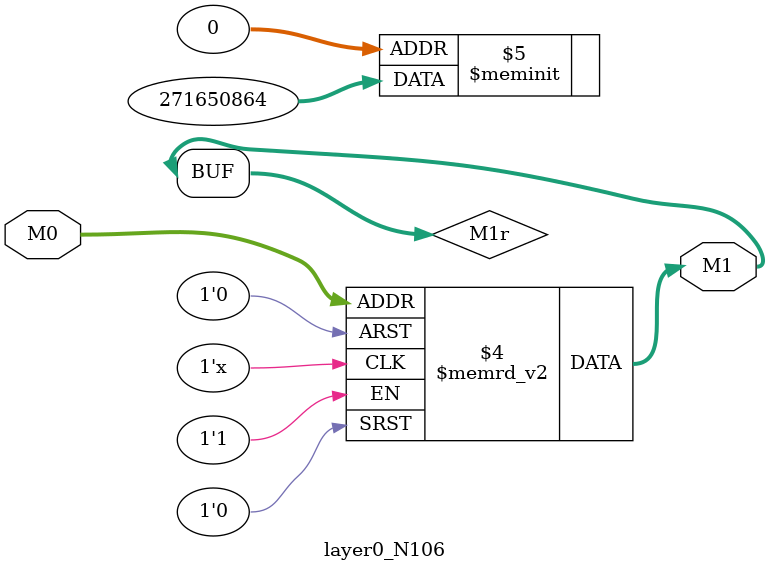
<source format=v>
module layer0_N106 ( input [3:0] M0, output [1:0] M1 );

	(*rom_style = "distributed" *) reg [1:0] M1r;
	assign M1 = M1r;
	always @ (M0) begin
		case (M0)
			4'b0000: M1r = 2'b00;
			4'b1000: M1r = 2'b01;
			4'b0100: M1r = 2'b00;
			4'b1100: M1r = 2'b00;
			4'b0010: M1r = 2'b11;
			4'b1010: M1r = 2'b11;
			4'b0110: M1r = 2'b01;
			4'b1110: M1r = 2'b01;
			4'b0001: M1r = 2'b00;
			4'b1001: M1r = 2'b00;
			4'b0101: M1r = 2'b00;
			4'b1101: M1r = 2'b00;
			4'b0011: M1r = 2'b00;
			4'b1011: M1r = 2'b00;
			4'b0111: M1r = 2'b00;
			4'b1111: M1r = 2'b00;

		endcase
	end
endmodule

</source>
